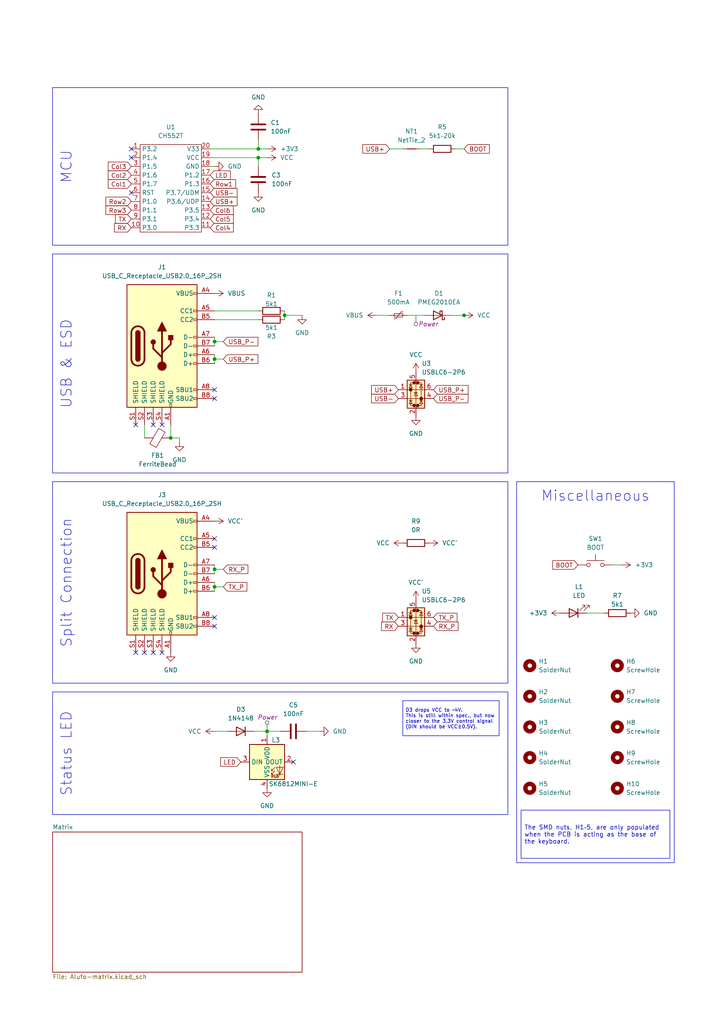
<source format=kicad_sch>
(kicad_sch (version 20231120) (generator "eeschema") (generator_version "8.0")
  (paper "A4" portrait)
  (title_block (title "Alufo ") (rev "1.0L") (company "bgkendall") (comment 1 "Split one-layer reversible keyboard PCB (lefthand side)"))
  (lib_symbols
    (symbol "Device:C" (pin_numbers hide) (pin_names (offset 0.254))
      (property "Reference" "C" (at 0.635 2.54 0))
      (property "Value" "C" (at 0.635 -2.54 0))
      (symbol "C_0_1"
        (polyline (pts (xy -2.032 -0.762) (xy 2.032 -0.762)) (stroke (width 0.508)))
        (polyline (pts (xy -2.032 0.762) (xy 2.032 0.762)) (stroke (width 0.508)))
      )
      (symbol "C_1_1"
        (pin passive line (at 0 3.81 270) (length 2.794) (name "~") (number "1"))
        (pin passive line (at 0 -3.81 90) (length 2.794) (name "~") (number "2"))
      )
    )
    (symbol "Device:D" (pin_numbers hide) (pin_names (offset 1.016) hide)
      (property "Reference" "D" (at 0 2.54 0))
      (property "Value" "D" (at 0 -2.54 0))
      (symbol "D_0_1"
        (polyline (pts (xy -1.27 1.27) (xy -1.27 -1.27)) (stroke (width 0.254)))
        (polyline (pts (xy 1.27 0) (xy -1.27 0)))
        (polyline (pts (xy 1.27 1.27) (xy 1.27 -1.27) (xy -1.27 0) (xy 1.27 1.27)) (stroke (width 0.254)))
      )
      (symbol "D_1_1"
        (pin passive line (at -3.81 0 0) (length 2.54) (name "K") (number "1"))
        (pin passive line (at 3.81 0 180) (length 2.54) (name "A") (number "2"))
      )
    )
    (symbol "Device:D_Schottky" (pin_numbers hide) (pin_names (offset 1.016) hide)
      (property "Reference" "D" (at 0 2.54 0))
      (property "Value" "D_Schottky" (at 0 -2.54 0))
      (symbol "D_Schottky_0_1"
        (polyline (pts (xy 1.27 0) (xy -1.27 0)))
        (polyline (pts (xy 1.27 1.27) (xy 1.27 -1.27) (xy -1.27 0) (xy 1.27 1.27)) (stroke (width 0.254)))
        (polyline (pts (xy -1.905 0.635) (xy -1.905 1.27) (xy -1.27 1.27) (xy -1.27 -1.27) (xy -0.635 -1.27) (xy -0.635 -0.635)) (stroke (width 0.254)))
      )
      (symbol "D_Schottky_1_1"
        (pin passive line (at -3.81 0 0) (length 2.54) (name "K") (number "1"))
        (pin passive line (at 3.81 0 180) (length 2.54) (name "A") (number "2"))
      )
    )
    (symbol "Device:FerriteBead" (pin_numbers hide) (pin_names (offset 0))
      (property "Reference" "FB" (at -3.81 0.635 90))
      (property "Value" "FerriteBead" (at 3.81 0 90))
      (symbol "FerriteBead_0_1"
        (polyline (pts (xy 0 -1.27) (xy 0 -1.2192)))
        (polyline (pts (xy 0 1.27) (xy 0 1.2954)))
        (polyline (pts (xy -2.7686 0.4064) (xy -1.7018 2.2606) (xy 2.7686 -0.3048) (xy 1.6764 -2.159) (xy -2.7686 0.4064)))
      )
      (symbol "FerriteBead_1_1"
        (pin passive line (at 0 3.81 270) (length 2.54) (name "~") (number "1"))
        (pin passive line (at 0 -3.81 90) (length 2.54) (name "~") (number "2"))
      )
    )
    (symbol "Device:LED" (pin_numbers hide) (pin_names (offset 1.016) hide)
      (property "Reference" "D" (at 0 2.54 0))
      (property "Value" "LED" (at 0 -2.54 0))
      (symbol "LED_0_1"
        (polyline (pts (xy -1.27 -1.27) (xy -1.27 1.27)) (stroke (width 0.254)))
        (polyline (pts (xy -1.27 0) (xy 1.27 0)))
        (polyline (pts (xy 1.27 -1.27) (xy 1.27 1.27) (xy -1.27 0) (xy 1.27 -1.27)) (stroke (width 0.254)))
        (polyline (pts (xy -3.048 -0.762) (xy -4.572 -2.286) (xy -3.81 -2.286) (xy -4.572 -2.286) (xy -4.572 -1.524)))
        (polyline (pts (xy -1.778 -0.762) (xy -3.302 -2.286) (xy -2.54 -2.286) (xy -3.302 -2.286) (xy -3.302 -1.524)))
      )
      (symbol "LED_1_1"
        (pin passive line (at -3.81 0 0) (length 2.54) (name "K") (number "1"))
        (pin passive line (at 3.81 0 180) (length 2.54) (name "A") (number "2"))
      )
    )
    (symbol "Device:NetTie_2" (pin_numbers hide) (pin_names (offset 0) hide) (in_bom no)
      (property "Reference" "NT" (at 0 1.27 0))
      (property "Value" "NetTie_2" (at 0 -1.27 0))
      (symbol "NetTie_2_0_1"
        (polyline (pts (xy -1.27 0) (xy 1.27 0)) (stroke (width 0.254)))
      )
      (symbol "NetTie_2_1_1"
        (pin passive line (at -2.54 0 0) (length 2.54) (name "1") (number "1"))
        (pin passive line (at 2.54 0 180) (length 2.54) (name "2") (number "2"))
      )
    )
    (symbol "Device:Polyfuse_Small" (pin_numbers hide) (pin_names (offset 0))
      (property "Reference" "F" (at -1.905 0 90))
      (property "Value" "Polyfuse_Small" (at 1.905 0 90))
      (symbol "Polyfuse_Small_0_1"
        (rectangle (start -0.508 1.27) (end 0.508 -1.27))
        (polyline (pts (xy 0 2.54) (xy 0 -2.54)))
        (polyline (pts (xy -1.016 1.27) (xy -1.016 0.762) (xy 1.016 -0.762) (xy 1.016 -1.27)))
      )
      (symbol "Polyfuse_Small_1_1"
        (pin passive line (at 0 2.54 270) (length 0.635) (name "~") (number "1"))
        (pin passive line (at 0 -2.54 90) (length 0.635) (name "~") (number "2"))
      )
    )
    (symbol "Device:R" (pin_numbers hide) (pin_names (offset 0))
      (property "Reference" "R" (at 2.032 0 90))
      (property "Value" "R" (at 0 0 90))
      (symbol "R_0_1"
        (rectangle (start -1.016 -2.54) (end 1.016 2.54) (stroke (width 0.254)))
      )
      (symbol "R_1_1"
        (pin passive line (at 0 3.81 270) (length 1.27) (name "~") (number "1"))
        (pin passive line (at 0 -3.81 90) (length 1.27) (name "~") (number "2"))
      )
    )
    (symbol "Mechanical:MountingHole" (pin_names (offset 1.016)) (exclude_from_sim yes) (in_bom no)
      (property "Reference" "H" (at 0 5.08 0))
      (property "Value" "MountingHole" (at 0 3.175 0))
      (symbol "MountingHole_0_1"
        (circle (center 0 0) (radius 1.27) (stroke (width 1.27)))
      )
    )
    (symbol "PCM_marbastlib-various:SK6812MINI-E"
      (property "Reference" "LED" (at 2.54 6.35 0))
      (property "Value" "SK6812MINI-E" (at 7.62 -6.35 0))
      (symbol "SK6812MINI-E_0_0"
        (text "RGB" (at 2.286 -4.191 0) (effects (font (size 0.762 0.762))))
      )
      (symbol "SK6812MINI-E_0_1"
        (polyline (pts (xy 1.27 -3.556) (xy 1.778 -3.556)))
        (polyline (pts (xy 1.27 -2.54) (xy 1.778 -2.54)))
        (polyline (pts (xy 4.699 -3.556) (xy 2.667 -3.556)))
        (polyline (pts (xy 2.286 -2.54) (xy 1.27 -3.556) (xy 1.27 -3.048)))
        (polyline (pts (xy 2.286 -1.524) (xy 1.27 -2.54) (xy 1.27 -2.032)))
        (polyline (pts (xy 3.683 -1.016) (xy 3.683 -3.556) (xy 3.683 -4.064)))
        (polyline (pts (xy 4.699 -1.524) (xy 2.667 -1.524) (xy 3.683 -3.556) (xy 4.699 -1.524)))
        (rectangle (start 5.08 5.08) (end -5.08 -5.08) (stroke (width 0.254)) (fill (type background)))
      )
      (symbol "SK6812MINI-E_1_1"
        (pin power_in line (at 0 7.62 270) (length 2.54) (name "VDD") (number "1"))
        (pin output line (at 7.62 0 180) (length 2.54) (name "DOUT") (number "2"))
        (pin input line (at -7.62 0 0) (length 2.54) (name "DIN") (number "3"))
        (pin power_in line (at 0 -7.62 90) (length 2.54) (name "VSS") (number "4"))
      )
    )
    (symbol "Power_Protection:USBLC6-2P6" (pin_names hide)
      (property "Reference" "U" (at 0.635 5.715 0))
      (property "Value" "USBLC6-2P6" (at 0.635 3.81 0))
      (symbol "USBLC6-2P6_0_0"
        (circle (center -1.524 0) (radius 0.0001) (stroke (width 0.508)))
        (circle (center -0.508 -4.572) (radius 0.0001) (stroke (width 0.508)))
        (circle (center -0.508 2.032) (radius 0.0001) (stroke (width 0.508)))
        (circle (center 0.508 -4.572) (radius 0.0001) (stroke (width 0.508)))
        (circle (center 0.508 2.032) (radius 0.0001) (stroke (width 0.508)))
        (circle (center 1.524 -2.54) (radius 0.0001) (stroke (width 0.508)))
      )
      (symbol "USBLC6-2P6_0_1"
        (polyline (pts (xy -2.54 -2.54) (xy 2.54 -2.54)))
        (polyline (pts (xy -2.54 0) (xy 2.54 0)))
        (polyline (pts (xy -2.032 -3.048) (xy -1.016 -3.048)))
        (polyline (pts (xy -1.016 1.524) (xy -2.032 1.524)))
        (polyline (pts (xy 1.016 -3.048) (xy 2.032 -3.048)))
        (polyline (pts (xy 1.016 1.524) (xy 2.032 1.524)))
        (polyline (pts (xy -0.508 -1.143) (xy -0.508 -0.762) (xy 0.508 -0.762)))
        (polyline (pts (xy -2.032 0.508) (xy -1.016 0.508) (xy -1.524 1.524) (xy -2.032 0.508)))
        (polyline (pts (xy -1.016 -4.064) (xy -2.032 -4.064) (xy -1.524 -3.048) (xy -1.016 -4.064)))
        (polyline (pts (xy 0.508 -1.778) (xy -0.508 -1.778) (xy 0 -0.762) (xy 0.508 -1.778)))
        (polyline (pts (xy 2.032 -4.064) (xy 1.016 -4.064) (xy 1.524 -3.048) (xy 2.032 -4.064)))
        (polyline (pts (xy 2.032 0.508) (xy 1.016 0.508) (xy 1.524 1.524) (xy 2.032 0.508)))
        (polyline (pts (xy 0 2.54) (xy -0.508 2.032) (xy 0.508 2.032) (xy 0 1.524) (xy 0 -4.064) (xy -0.508 -4.572) (xy 0.508 -4.572) (xy 0 -5.08)))
      )
      (symbol "USBLC6-2P6_1_1"
        (rectangle (start -2.54 2.794) (end 2.54 -5.334) (stroke (width 0.254)) (fill (type background)))
        (polyline (pts (xy -0.508 2.032) (xy -1.524 2.032) (xy -1.524 -4.572) (xy -0.508 -4.572)))
        (polyline (pts (xy 0.508 -4.572) (xy 1.524 -4.572) (xy 1.524 2.032) (xy 0.508 2.032)))
        (pin passive line (at -5.08 0 0) (length 2.54) (name "I/O1") (number "1"))
        (pin passive line (at 0 -7.62 90) (length 2.54) (name "GND") (number "2"))
        (pin passive line (at -5.08 -2.54 0) (length 2.54) (name "I/O2") (number "3"))
        (pin passive line (at 5.08 -2.54 180) (length 2.54) (name "I/O2") (number "4"))
        (pin passive line (at 0 5.08 270) (length 2.54) (name "VBUS") (number "5"))
        (pin passive line (at 5.08 0 180) (length 2.54) (name "I/O1") (number "6"))
      )
    )
    (symbol "Project Library:MCU_CH552T_TSSOP-20"
      (property "Reference" "U1" (at 0.254 13.97 0))
      (property "Value" "CH552T" (at 0.254 11.43 0))
      (symbol "MCU_CH552T_TSSOP-20_0_1"
        (rectangle (start -8.89 10.16) (end 8.89 -15.24))
      )
      (symbol "MCU_CH552T_TSSOP-20_1_1"
        (pin input line (at -11.43 8.89 0) (length 2.54) (name "P3.2") (number "1"))
        (pin input line (at -11.43 -13.97 0) (length 2.54) (name "P3.0") (number "10"))
        (pin input line (at 11.43 -13.97 180) (length 2.54) (name "P3.3") (number "11"))
        (pin input line (at 11.43 -11.43 180) (length 2.54) (name "P3.4") (number "12"))
        (pin input line (at 11.43 -8.89 180) (length 2.54) (name "P3.5") (number "13"))
        (pin input line (at 11.43 -6.35 180) (length 2.54) (name "P3.6/UDP") (number "14"))
        (pin input line (at 11.43 -3.81 180) (length 2.54) (name "P3.7/UDM") (number "15"))
        (pin input line (at 11.43 -1.27 180) (length 2.54) (name "P1.3") (number "16"))
        (pin input line (at 11.43 1.27 180) (length 2.54) (name "P1.2") (number "17"))
        (pin input line (at 11.43 3.81 180) (length 2.54) (name "GND") (number "18"))
        (pin input line (at 11.43 6.35 180) (length 2.54) (name "VCC") (number "19"))
        (pin input line (at -11.43 6.35 0) (length 2.54) (name "P1.4") (number "2"))
        (pin input line (at 11.43 8.89 180) (length 2.54) (name "V33") (number "20"))
        (pin input line (at -11.43 3.81 0) (length 2.54) (name "P1.5") (number "3"))
        (pin input line (at -11.43 1.27 0) (length 2.54) (name "P1.6") (number "4"))
        (pin input line (at -11.43 -1.27 0) (length 2.54) (name "P1.7") (number "5"))
        (pin input line (at -11.43 -3.81 0) (length 2.54) (name "RST") (number "6"))
        (pin input line (at -11.43 -6.35 0) (length 2.54) (name "P1.0") (number "7"))
        (pin input line (at -11.43 -8.89 0) (length 2.54) (name "P1.1") (number "8"))
        (pin input line (at -11.43 -11.43 0) (length 2.54) (name "P3.1") (number "9"))
      )
    )
    (symbol "Project Library:USB_C_Receptacle_USB2.0_16P_2SH" (pin_names (offset 1.016))
      (property "Reference" "J" (at 0 22.225 0))
      (property "Value" "USB_C_Receptacle_USB2.0_16P_2SH" (at 0 19.685 0))
      (symbol "USB_C_Receptacle_USB2.0_16P_2SH_0_0"
        (rectangle (start 2.286 -17.78) (end 2.794 -16.764))
        (rectangle (start 10.16 -14.986) (end 9.144 -15.494))
        (rectangle (start 10.16 -12.446) (end 9.144 -12.954))
        (rectangle (start 10.16 -4.826) (end 9.144 -5.334))
        (rectangle (start 10.16 -2.286) (end 9.144 -2.794))
        (rectangle (start 10.16 0.254) (end 9.144 -0.254))
        (rectangle (start 10.16 2.794) (end 9.144 2.286))
        (rectangle (start 10.16 7.874) (end 9.144 7.366))
        (rectangle (start 10.16 10.414) (end 9.144 9.906))
        (rectangle (start 10.16 15.494) (end 9.144 14.986))
      )
      (symbol "USB_C_Receptacle_USB2.0_16P_2SH_0_1"
        (rectangle (start -10.16 17.78) (end 10.16 -17.78) (stroke (width 0.254)) (fill (type background)))
        (arc (start -8.89 -3.81) (mid -6.985 -5.7067) (end -5.08 -3.81) (stroke (width 0.508)))
        (arc (start -7.62 -3.81) (mid -6.985 -4.4423) (end -6.35 -3.81) (stroke (width 0.254)))
        (arc (start -7.62 -3.81) (mid -6.985 -4.4423) (end -6.35 -3.81) (stroke (width 0.254)) (fill (type outline)))
        (rectangle (start -7.62 -3.81) (end -6.35 3.81) (stroke (width 0.254)) (fill (type outline)))
        (arc (start -6.35 3.81) (mid -6.985 4.4423) (end -7.62 3.81) (stroke (width 0.254)))
        (arc (start -6.35 3.81) (mid -6.985 4.4423) (end -7.62 3.81) (stroke (width 0.254)) (fill (type outline)))
        (arc (start -5.08 3.81) (mid -6.985 5.7067) (end -8.89 3.81) (stroke (width 0.508)))
        (circle (center -2.54 1.143) (radius 0.635) (stroke (width 0.254)) (fill (type outline)))
        (circle (center 0 -5.842) (radius 1.27) (fill (type outline)))
        (polyline (pts (xy -8.89 -3.81) (xy -8.89 3.81)) (stroke (width 0.508)))
        (polyline (pts (xy -5.08 3.81) (xy -5.08 -3.81)) (stroke (width 0.508)))
        (polyline (pts (xy 0 -5.842) (xy 0 4.318)) (stroke (width 0.508)))
        (polyline (pts (xy 0 -3.302) (xy -2.54 -0.762) (xy -2.54 0.508)) (stroke (width 0.508)))
        (polyline (pts (xy 0 -2.032) (xy 2.54 0.508) (xy 2.54 1.778)) (stroke (width 0.508)))
        (polyline (pts (xy -1.27 4.318) (xy 0 6.858) (xy 1.27 4.318) (xy -1.27 4.318)) (stroke (width 0.254)) (fill (type outline)))
        (rectangle (start 1.905 1.778) (end 3.175 3.048) (stroke (width 0.254)) (fill (type outline)))
      )
      (symbol "USB_C_Receptacle_USB2.0_16P_2SH_1_1"
        (pin passive line (at 2.54 -22.86 90) (length 5.08) (name "GND") (number "A1"))
        (pin passive line (at 2.54 -22.86 90) (length 5.08) hide (name "GND") (number "A12"))
        (pin passive line (at 15.24 15.24 180) (length 5.08) (name "VBUS") (number "A4"))
        (pin bidirectional line (at 15.24 10.16 180) (length 5.08) (name "CC1") (number "A5"))
        (pin bidirectional line (at 15.24 -2.54 180) (length 5.08) (name "D+") (number "A6"))
        (pin bidirectional line (at 15.24 2.54 180) (length 5.08) (name "D-") (number "A7"))
        (pin bidirectional line (at 15.24 -12.7 180) (length 5.08) (name "SBU1") (number "A8"))
        (pin passive line (at 15.24 15.24 180) (length 5.08) hide (name "VBUS") (number "A9"))
        (pin passive line (at 2.54 -22.86 90) (length 5.08) hide (name "GND") (number "B1"))
        (pin passive line (at 2.54 -22.86 90) (length 5.08) hide (name "GND") (number "B12"))
        (pin passive line (at 15.24 15.24 180) (length 5.08) hide (name "VBUS") (number "B4"))
        (pin bidirectional line (at 15.24 7.62 180) (length 5.08) (name "CC2") (number "B5"))
        (pin bidirectional line (at 15.24 -5.08 180) (length 5.08) (name "D+") (number "B6"))
        (pin bidirectional line (at 15.24 0 180) (length 5.08) (name "D-") (number "B7"))
        (pin bidirectional line (at 15.24 -15.24 180) (length 5.08) (name "SBU2") (number "B8"))
        (pin passive line (at 15.24 15.24 180) (length 5.08) hide (name "VBUS") (number "B9"))
        (pin passive line (at -7.62 -22.86 90) (length 5.08) (name "SHIELD") (number "S1"))
        (pin passive line (at -5.08 -22.86 90) (length 5.08) (name "SHIELD") (number "S2"))
        (pin passive line (at -2.54 -22.86 90) (length 5.08) (name "SHIELD") (number "S3"))
        (pin passive line (at 0 -22.86 90) (length 5.08) (name "SHIELD") (number "S4"))
      )
    )
    (symbol "Switch:SW_Push" (pin_numbers hide) (pin_names (offset 1.016) hide)
      (property "Reference" "SW" (at 1.27 2.54 0))
      (property "Value" "SW_Push" (at 0 -1.524 0))
      (symbol "SW_Push_0_1"
        (circle (center -2.032 0) (radius 0.508))
        (polyline (pts (xy 0 1.27) (xy 0 3.048)))
        (polyline (pts (xy 2.54 1.27) (xy -2.54 1.27)))
        (circle (center 2.032 0) (radius 0.508))
        (pin passive line (at -5.08 0 0) (length 2.54) (name "1") (number "1"))
        (pin passive line (at 5.08 0 180) (length 2.54) (name "2") (number "2"))
      )
    )
    (symbol "power:+3V3" (power) (pin_names (offset 0))
      (property "Value" "+3V3" (at 0 3.556 0))
      (symbol "+3V3_0_1"
        (polyline (pts (xy -0.762 1.27) (xy 0 2.54)))
        (polyline (pts (xy 0 0) (xy 0 2.54)))
        (polyline (pts (xy 0 2.54) (xy 0.762 1.27)))
      )
      (symbol "+3V3_1_1"
        (pin power_in line (at 0 0 90) (length 0) hide (name "+3V3") (number "1"))
      )
    )
    (symbol "power:GND" (power) (pin_numbers hide) (pin_names (offset 0) hide)
      (property "Value" "GND" (at 0 -3.81 0))
      (symbol "GND_0_1"
        (polyline (pts (xy 0 0) (xy 0 -1.27) (xy 1.27 -1.27) (xy 0 -2.54) (xy -1.27 -1.27) (xy 0 -1.27)))
      )
      (symbol "GND_1_1"
        (pin power_in line (at 0 0 270) (length 0) (name "~") (number "1"))
      )
    )
    (symbol "power:VBUS" (power) (pin_names (offset 0))
      (property "Value" "VBUS" (at 0 3.81 0))
      (symbol "VBUS_0_1"
        (polyline (pts (xy -0.762 1.27) (xy 0 2.54)))
        (polyline (pts (xy 0 0) (xy 0 2.54)))
        (polyline (pts (xy 0 2.54) (xy 0.762 1.27)))
      )
      (symbol "VBUS_1_1"
        (pin power_in line (at 0 0 90) (length 0) hide (name "VBUS") (number "1"))
      )
    )
    (symbol "power:VCC" (power) (pin_names (offset 0))
      (property "Value" "VCC" (at 0 3.81 0))
      (symbol "VCC_0_1"
        (polyline (pts (xy -0.762 1.27) (xy 0 2.54)))
        (polyline (pts (xy 0 0) (xy 0 2.54)))
        (polyline (pts (xy 0 2.54) (xy 0.762 1.27)))
      )
      (symbol "VCC_1_1"
        (pin power_in line (at 0 0 90) (length 0) hide (name "VCC") (number "1"))
      )
    )
  )
  (junction (at 62.23 165.1))
  (junction (at 62.23 170.18))
  (junction (at 74.93 45.72))
  (junction (at 82.55 91.44))
  (junction (at 62.23 104.14))
  (junction (at 74.93 43.18))
  (junction (at 134.62 91.44))
  (junction (at 62.23 99.06))
  (junction (at 49.53 127))
  (junction (at 77.47 212.09))
  (no_connect (at 44.45 123.19))
  (no_connect (at 62.23 156.21))
  (no_connect (at 62.23 181.61))
  (no_connect (at 38.1 55.88))
  (no_connect (at 62.23 115.57))
  (no_connect (at 62.23 113.03))
  (no_connect (at 39.37 189.23))
  (no_connect (at 38.1 43.18))
  (no_connect (at 85.09 220.98))
  (no_connect (at 46.99 123.19))
  (no_connect (at 44.45 189.23))
  (no_connect (at 41.91 189.23))
  (no_connect (at 62.23 158.75))
  (no_connect (at 38.1 45.72))
  (no_connect (at 39.37 123.19))
  (no_connect (at 62.23 179.07))
  (no_connect (at 46.99 189.23))
  (wire (pts (xy 62.23 168.91) (xy 62.23 170.18)))
  (wire (pts (xy 64.77 99.06) (xy 62.23 99.06)))
  (wire (pts (xy 62.23 97.79) (xy 62.23 99.06)))
  (wire (pts (xy 62.23 99.06) (xy 62.23 100.33)))
  (wire (pts (xy 41.91 123.19) (xy 41.91 127)))
  (wire (pts (xy 180.34 163.83) (xy 177.8 163.83)))
  (wire (pts (xy 130.81 91.44) (xy 134.62 91.44)))
  (wire (pts (xy 81.28 212.09) (xy 77.47 212.09)))
  (wire (pts (xy 82.55 90.17) (xy 82.55 91.44)))
  (wire (pts (xy 87.63 91.44) (xy 82.55 91.44)))
  (wire (pts (xy 74.93 45.72) (xy 77.47 45.72)))
  (wire (pts (xy 74.93 48.26) (xy 74.93 45.72)))
  (wire (pts (xy 134.62 91.44) (xy 135.128 91.44)))
  (wire (pts (xy 109.22 91.44) (xy 113.03 91.44)))
  (wire (pts (xy 60.96 43.18) (xy 74.93 43.18)))
  (wire (pts (xy 62.23 165.1) (xy 62.23 166.37)))
  (wire (pts (xy 74.93 92.71) (xy 62.23 92.71)))
  (wire (pts (xy 132.08 43.18) (xy 134.62 43.18)))
  (wire (pts (xy 52.07 127) (xy 52.07 128.27)))
  (wire (pts (xy 62.23 104.14) (xy 62.23 105.41)))
  (wire (pts (xy 64.77 170.18) (xy 62.23 170.18)))
  (wire (pts (xy 62.23 163.83) (xy 62.23 165.1)))
  (wire (pts (xy 52.07 127) (xy 49.53 127)))
  (wire (pts (xy 60.96 48.26) (xy 62.23 48.26)))
  (wire (pts (xy 73.66 212.09) (xy 77.47 212.09)))
  (wire (pts (xy 121.92 43.18) (xy 124.46 43.18)))
  (wire (pts (xy 62.23 170.18) (xy 62.23 171.45)))
  (wire (pts (xy 62.23 212.09) (xy 66.04 212.09)))
  (wire (pts (xy 113.03 43.18) (xy 116.84 43.18)))
  (wire (pts (xy 170.18 177.8) (xy 175.26 177.8)))
  (wire (pts (xy 62.23 102.87) (xy 62.23 104.14)))
  (wire (pts (xy 82.55 91.44) (xy 82.55 92.71)))
  (wire (pts (xy 83.82 220.98) (xy 82.55 220.98)))
  (wire (pts (xy 64.77 165.1) (xy 62.23 165.1)))
  (wire (pts (xy 74.93 90.17) (xy 62.23 90.17)))
  (wire (pts (xy 118.11 91.44) (xy 123.19 91.44)))
  (wire (pts (xy 77.47 212.09) (xy 77.47 213.36)))
  (wire (pts (xy 49.53 123.19) (xy 49.53 127)))
  (wire (pts (xy 74.93 43.18) (xy 77.47 43.18)))
  (wire (pts (xy 60.96 45.72) (xy 74.93 45.72)))
  (wire (pts (xy 74.93 40.64) (xy 74.93 43.18)))
  (wire (pts (xy 92.71 212.09) (xy 88.9 212.09)))
  (wire (pts (xy 64.77 104.14) (xy 62.23 104.14)))
  (text_box "MCU" (at 15.24 25.4 90) (size 132.08 45.72) (effects (font (size 3 3)) (justify top)))
  (text_box "Miscellaneous" (at 149.86 139.7 0) (size 45.72 110.49) (effects (font (size 3 3)) (justify top)))
  (text_box "The SMD nuts, H1–5, are only populated when the PCB is acting as the base of the keyboard." (at 151.13 234.95 0) (size 43.18 13.97) (effects (font (size 1.27 1.27)) (justify left)))
  (text_box "Split Connection" (at 15.24 139.7 90) (size 132.08 58.42) (effects (font (size 3 3)) (justify top)))
  (text_box "USB & ESD" (at 15.24 73.66 90) (size 132.08 63.5) (effects (font (size 3 3)) (justify top)))
  (text_box "D3 drops VCC to ~4V.\nThis is still within spec., but now\ncloser to the 3.3V control signal\n(DIN should be VCC±0.5V)." (at 116.84 203.2 0) (size 27.94 10.16) (effects (font (size 1 1)) (justify left)))
  (text_box "Status LED" (at 15.24 200.66 90) (size 132.08 35.56) (effects (font (size 3 3)) (justify top)))
  (global_label "USB-" (shape input) (at 115.57 115.57 180) (property "Intersheetrefs" "${INTERSHEET_REFS}" (effects (hide yes))))
  (global_label "USB+" (shape input) (at 115.57 113.03 180) (property "Intersheetrefs" "${INTERSHEET_REFS}" (effects (hide yes))))
  (global_label "Col1" (shape input) (at 38.1 53.34 180) (property "Intersheetrefs" "${INTERSHEET_REFS}" (effects (hide yes))))
  (global_label "TX_P" (shape input) (at 125.73 179.07 0) (property "Intersheetrefs" "${INTERSHEET_REFS}" (effects (hide yes))))
  (global_label "Col5" (shape input) (at 60.96 63.5 0) (property "Intersheetrefs" "${INTERSHEET_REFS}" (effects (hide yes))))
  (global_label "USB+" (shape input) (at 60.96 58.42 0) (property "Intersheetrefs" "${INTERSHEET_REFS}" (effects (hide yes))))
  (global_label "Row3" (shape input) (at 38.1 60.96 180) (property "Intersheetrefs" "${INTERSHEET_REFS}" (effects (hide yes))))
  (global_label "USB_P-" (shape input) (at 125.73 115.57 0) (property "Intersheetrefs" "${INTERSHEET_REFS}" (effects (hide yes))))
  (global_label "LED" (shape input) (at 60.96 50.8 0) (property "Intersheetrefs" "${INTERSHEET_REFS}" (effects (hide yes))))
  (global_label "Row2" (shape input) (at 38.1 58.42 180) (property "Intersheetrefs" "${INTERSHEET_REFS}" (effects (hide yes))))
  (global_label "Col3" (shape input) (at 38.1 48.26 180) (property "Intersheetrefs" "${INTERSHEET_REFS}" (effects (hide yes))))
  (global_label "Col2" (shape input) (at 38.1 50.8 180) (property "Intersheetrefs" "${INTERSHEET_REFS}" (effects (hide yes))))
  (global_label "BOOT" (shape input) (at 134.62 43.18 0) (property "Intersheetrefs" "${INTERSHEET_REFS}" (effects (hide yes))))
  (global_label "RX_P" (shape input) (at 64.77 165.1 0) (property "Intersheetrefs" "${INTERSHEET_REFS}" (effects (hide yes))))
  (global_label "USB_P-" (shape input) (at 64.77 99.06 0) (property "Intersheetrefs" "${INTERSHEET_REFS}" (effects (hide yes))))
  (global_label "USB_P+" (shape input) (at 125.73 113.03 0) (property "Intersheetrefs" "${INTERSHEET_REFS}" (effects (hide yes))))
  (global_label "TX" (shape input) (at 38.1 63.5 180) (property "Intersheetrefs" "${INTERSHEET_REFS}" (effects (hide yes))))
  (global_label "USB+" (shape input) (at 113.03 43.18 180) (property "Intersheetrefs" "${INTERSHEET_REFS}" (effects (hide yes))))
  (global_label "Col4" (shape input) (at 60.96 66.04 0) (property "Intersheetrefs" "${INTERSHEET_REFS}" (effects (hide yes))))
  (global_label "RX" (shape input) (at 115.57 181.61 180) (property "Intersheetrefs" "${INTERSHEET_REFS}" (effects (hide yes))))
  (global_label "TX" (shape input) (at 115.57 179.07 180) (property "Intersheetrefs" "${INTERSHEET_REFS}" (effects (hide yes))))
  (global_label "Col6" (shape input) (at 60.96 60.96 0) (property "Intersheetrefs" "${INTERSHEET_REFS}" (effects (hide yes))))
  (global_label "USB_P+" (shape input) (at 64.77 104.14 0) (property "Intersheetrefs" "${INTERSHEET_REFS}" (effects (hide yes))))
  (global_label "USB-" (shape input) (at 60.96 55.88 0) (property "Intersheetrefs" "${INTERSHEET_REFS}" (effects (hide yes))))
  (global_label "LED" (shape input) (at 69.85 220.98 180) (property "Intersheetrefs" "${INTERSHEET_REFS}" (effects (hide yes))))
  (global_label "TX_P" (shape input) (at 64.77 170.18 0) (property "Intersheetrefs" "${INTERSHEET_REFS}" (effects (hide yes))))
  (global_label "RX" (shape input) (at 38.1 66.04 180) (property "Intersheetrefs" "${INTERSHEET_REFS}" (effects (hide yes))))
  (global_label "BOOT" (shape input) (at 167.64 163.83 180) (property "Intersheetrefs" "${INTERSHEET_REFS}" (effects (hide yes))))
  (global_label "Row1" (shape input) (at 60.96 53.34 0) (property "Intersheetrefs" "${INTERSHEET_REFS}" (effects (hide yes))))
  (global_label "RX_P" (shape input) (at 125.73 181.61 0) (property "Intersheetrefs" "${INTERSHEET_REFS}" (effects (hide yes))))
  (netclass_flag "" (length 2.54) (shape round) (at 120.65 91.44 180) (property "Netclass" "Power" (at 121.3485 93.98 0) (effects (font (italic yes)) (justify left))))
  (netclass_flag "" (length 2.54) (shape round) (at 77.47 212.09 0) (property "Netclass" "Power" (at 74.676 208.026 0) (effects (font (italic yes)) (justify left))))
  (symbol (lib_id "Device:C") (at 74.93 36.83 180) (unit 1)
    (property "Reference" "C1" (at 78.486 35.56 0) (effects (justify right)))
    (property "Value" "100nF" (at 78.486 38.1 0) (effects (justify right)))
    (property "Footprint" "Capacitor_SMD:C_0603_1608Metric" (effects (hide yes)))
    (property "LCSC" "C66501" (effects (hide yes)))
    (property "DigiKey" "1276-1005" (effects (hide yes)))
  )
  (symbol (lib_id "Mechanical:MountingHole") (at 153.67 201.93 0) (unit 1) (exclude_from_sim yes) (in_bom no)
    (property "Reference" "H2" (at 156.21 200.6599 0) (effects (justify left)))
    (property "Value" "SolderNut" (at 156.21 203.1999 0) (effects (justify left)))
    (property "Footprint" "Project Library:MountingHole_2.2mm_M2_SMD_Solder_Nut" (effects (hide yes)))
    (property "Description" "Mounting Hole without connection" (effects (hide yes)))
  )
  (symbol (lib_id "Mechanical:MountingHole") (at 179.07 228.6 0) (unit 1) (exclude_from_sim yes) (in_bom no)
    (property "Reference" "H10" (at 181.61 227.3299 0) (effects (justify left)))
    (property "Value" "ScrewHole" (at 181.61 229.8699 0) (effects (justify left)))
    (property "Footprint" "MountingHole:MountingHole_2.2mm_M2" (effects (hide yes)))
    (property "Description" "Mounting Hole without connection" (effects (hide yes)))
  )
  (symbol (lib_id "Device:Polyfuse_Small") (at 115.57 91.44 90) (unit 1)
    (property "Reference" "F1" (at 115.57 85.09 90))
    (property "Value" "500mA" (at 115.57 87.63 90))
    (property "Footprint" "Fuse:Fuse_0603_1608Metric" (effects (hide yes)))
    (property "LCSC" "C210357" (effects (hide yes)))
    (property "DigiKey" "MF-FSMF050X" (effects (hide yes)))
  )
  (symbol (lib_id "power:VBUS") (at 109.22 91.44 90) (unit 1)
    (property "Reference" "#PWR04" (effects (hide yes)))
    (property "Value" "VBUS" (at 105.41 91.4399 90) (effects (justify left)))
  )
  (symbol (lib_id "Mechanical:MountingHole") (at 153.67 193.04 0) (unit 1) (exclude_from_sim yes) (in_bom no)
    (property "Reference" "H1" (at 156.21 191.7699 0) (effects (justify left)))
    (property "Value" "SolderNut" (at 156.21 194.3099 0) (effects (justify left)))
    (property "Footprint" "Project Library:MountingHole_2.2mm_M2_SMD_Solder_Nut" (effects (hide yes)))
    (property "Description" "Mounting Hole without connection" (effects (hide yes)))
  )
  (symbol (lib_id "Mechanical:MountingHole") (at 153.67 210.82 0) (unit 1) (exclude_from_sim yes) (in_bom no)
    (property "Reference" "H3" (at 156.21 209.5499 0) (effects (justify left)))
    (property "Value" "SolderNut" (at 156.21 212.0899 0) (effects (justify left)))
    (property "Footprint" "Project Library:MountingHole_2.2mm_M2_SMD_Solder_Nut" (effects (hide yes)))
    (property "Description" "Mounting Hole without connection" (effects (hide yes)))
  )
  (symbol (lib_id "Mechanical:MountingHole") (at 179.07 201.93 0) (unit 1) (exclude_from_sim yes) (in_bom no)
    (property "Reference" "H7" (at 181.61 200.6599 0) (effects (justify left)))
    (property "Value" "ScrewHole" (at 181.61 203.1999 0) (effects (justify left)))
    (property "Footprint" "MountingHole:MountingHole_2.2mm_M2" (effects (hide yes)))
    (property "Description" "Mounting Hole without connection" (effects (hide yes)))
  )
  (symbol (lib_id "Device:LED") (at 166.37 177.8 180) (unit 1)
    (property "Reference" "L1" (at 167.9575 170.18 0))
    (property "Value" "LED" (at 167.9575 172.72 0))
    (property "Footprint" "Project Library:LED_0805_2012Metric_Mod" (effects (hide yes)))
    (property "Description" "Light emitting diode" (effects (hide yes)))
  )
  (symbol (lib_id "power:VCC") (at 62.23 151.13 270) (unit 1)
    (property "Reference" "#PWR016" (effects (hide yes)))
    (property "Value" "VCC'" (at 66.04 151.1299 90) (effects (justify left)))
  )
  (symbol (lib_id "Project Library:MCU_CH552T_TSSOP-20") (at 49.53 52.07 0) (unit 1)
    (property "Reference" "U1" (at 49.53 36.83 0))
    (property "Value" "CH552T" (at 49.53 39.37 0))
    (property "Footprint" "Package_SO:TSSOP-20_4.4x6.5mm_P0.65mm" (effects (hide yes)))
    (property "Datasheet" "https://www.wch-ic.com/downloads/file/309.html" (effects (hide yes)))
    (property "LCSC" "C111367" (effects (hide yes)))
  )
  (symbol (lib_id "Device:C") (at 85.09 212.09 90) (unit 1)
    (property "Reference" "C5" (at 85.09 204.47 90))
    (property "Value" "100nF" (at 85.09 207.01 90))
    (property "Footprint" "Capacitor_SMD:C_0603_1608Metric" (effects (hide yes)))
    (property "LCSC" "C66501" (effects (hide yes)))
    (property "DigiKey" "1276-1005" (effects (hide yes)))
  )
  (symbol (lib_id "Mechanical:MountingHole") (at 179.07 210.82 0) (unit 1) (exclude_from_sim yes) (in_bom no)
    (property "Reference" "H8" (at 181.61 209.5499 0) (effects (justify left)))
    (property "Value" "ScrewHole" (at 181.61 212.0899 0) (effects (justify left)))
    (property "Footprint" "MountingHole:MountingHole_2.2mm_M2" (effects (hide yes)))
    (property "Description" "Mounting Hole without connection" (effects (hide yes)))
  )
  (symbol (lib_id "power:VCC") (at 120.65 173.99 0) (unit 1)
    (property "Reference" "#PWR02" (effects (hide yes)))
    (property "Value" "VCC'" (at 120.65 168.91 0))
  )
  (symbol (lib_id "Device:D_Schottky") (at 127 91.44 180) (unit 1)
    (property "Reference" "D1" (at 127.3175 85.09 0))
    (property "Value" "PMEG2010EA" (at 127.3175 87.63 0))
    (property "Footprint" "Diode_SMD:D_SOD-323" (effects (hide yes)))
    (property "LCSC" "C2837790" (effects (hide yes)))
    (property "DigiKey" "1727-4326" (effects (hide yes)))
  )
  (symbol (lib_id "power:VBUS") (at 62.23 85.09 270) (unit 1)
    (property "Reference" "#PWR00" (effects (hide yes)))
    (property "Value" "VBUS" (at 66.04 85.0899 90) (effects (justify left)))
  )
  (symbol (lib_id "Device:FerriteBead") (at 45.72 127 90) (unit 1)
    (property "Reference" "FB1" (at 45.72 132.08 90))
    (property "Value" "FerriteBead" (at 45.72 134.62 90))
    (property "Footprint" "Inductor_SMD:L_0805_2012Metric" (effects (hide yes)))
    (property "Description" "Ferrite bead" (effects (hide yes)))
  )
  (symbol (lib_id "power:+3V3") (at 77.47 43.18 270) (unit 1)
    (property "Reference" "#PWR011" (effects (hide yes)))
    (property "Value" "+3V3" (at 81.28 43.18 90) (effects (justify left)))
  )
  (symbol (lib_id "PCM_marbastlib-various:SK6812MINI-E") (at 77.47 220.98 0) (unit 1)
    (property "Reference" "L3" (at 80.01 214.63 0))
    (property "Value" "SK6812MINI-E" (at 85.09 227.33 0))
    (property "Footprint" "PCM_marbastlib-various:LED_6028R" (effects (hide yes)))
    (property "Description" "Reverse mount adressable LED (WS2812 protocol)" (effects (hide yes)))
  )
  (symbol (lib_id "power:GND") (at 52.07 128.27 0) (unit 1)
    (property "Reference" "#PWR03" (effects (hide yes)))
    (property "Value" "GND" (at 52.07 133.35 0))
    (property "Description" "Power symbol creates a global label with name \"GND\" , ground" (effects (hide yes)))
  )
  (symbol (lib_id "Power_Protection:USBLC6-2P6") (at 120.65 179.07 0) (unit 1)
    (property "Reference" "U5" (at 122.3011 171.45 0) (effects (justify left)))
    (property "Value" "USBLC6-2P6" (at 122.3011 173.99 0) (effects (justify left)))
    (property "Footprint" "Project Library:SOT-666_Mod" (effects (hide yes)))
    (property "Datasheet" "https://www.st.com/resource/en/datasheet/usblc6-2.pdf" (effects (hide yes)))
    (property "Description" "Very low capacitance ESD protection diode, 2 data-line, SOT-666" (effects (hide yes)))
  )
  (symbol (lib_id "power:GND") (at 120.65 186.69 0) (unit 1)
    (property "Reference" "#PWR014" (effects (hide yes)))
    (property "Value" "GND" (at 120.65 191.77 0))
    (property "Description" "Power symbol creates a global label with name \"GND\" , ground" (effects (hide yes)))
  )
  (symbol (lib_id "Project Library:USB_C_Receptacle_USB2.0_16P_2SH") (at 46.99 166.37 0) (unit 1)
    (property "Reference" "J3" (at 46.99 143.51 0))
    (property "Value" "USB_C_Receptacle_USB2.0_16P_2SH" (at 46.99 146.05 0))
    (property "Footprint" "Project Library:USB_C_Receptacle_HRO_TYPE-C-31-M-12" (effects (hide yes)))
    (property "Datasheet" "https://www.usb.org/sites/default/files/documents/usb_type-c.zip" (effects (hide yes)))
    (property "Description" "USB 2.0-only 16P Type-C Receptacle connector" (effects (hide yes)))
  )
  (symbol (lib_id "power:GND") (at 49.53 189.23 0) (unit 1)
    (property "Reference" "#PWR015" (effects (hide yes)))
    (property "Value" "GND" (at 49.53 194.31 0))
    (property "Description" "Power symbol creates a global label with name \"GND\" , ground" (effects (hide yes)))
  )
  (symbol (lib_id "Project Library:USB_C_Receptacle_USB2.0_16P_2SH") (at 46.99 100.33 0) (unit 1)
    (property "Reference" "J1" (at 46.99 77.47 0))
    (property "Value" "USB_C_Receptacle_USB2.0_16P_2SH" (at 46.99 80.01 0))
    (property "Footprint" "Project Library:USB_C_Receptacle_HRO_TYPE-C-31-M-12" (effects (hide yes)))
    (property "Datasheet" "https://www.usb.org/sites/default/files/documents/usb_type-c.zip" (effects (hide yes)))
    (property "Description" "USB 2.0-only 16P Type-C Receptacle connector" (effects (hide yes)))
  )
  (symbol (lib_id "power:+3V3") (at 180.34 163.83 270) (unit 1)
    (property "Reference" "#PWR010" (effects (hide yes)))
    (property "Value" "+3V3" (at 184.15 163.8299 90) (effects (justify left)))
  )
  (symbol (lib_id "Device:R") (at 78.74 90.17 90) (unit 1)
    (property "Reference" "R1" (at 78.74 85.598 90))
    (property "Value" "5k1" (at 78.74 88.138 90))
    (property "Footprint" "Resistor_SMD:R_0603_1608Metric" (effects (hide yes)))
    (property "LCSC" "C23186" (effects (hide yes)))
    (property "DigiKey" "311-5.10KHR" (effects (hide yes)))
  )
  (symbol (lib_id "power:GND") (at 92.71 212.09 90) (unit 1)
    (property "Reference" "#PWR039" (effects (hide yes)))
    (property "Value" "GND" (at 96.52 212.0899 90) (effects (justify right)))
    (property "Description" "Power symbol creates a global label with name \"GND\" , ground" (effects (hide yes)))
  )
  (symbol (lib_id "Mechanical:MountingHole") (at 179.07 193.04 0) (unit 1) (exclude_from_sim yes) (in_bom no)
    (property "Reference" "H6" (at 181.61 191.7699 0) (effects (justify left)))
    (property "Value" "ScrewHole" (at 181.61 194.3099 0) (effects (justify left)))
    (property "Footprint" "MountingHole:MountingHole_2.2mm_M2" (effects (hide yes)))
    (property "Description" "Mounting Hole without connection" (effects (hide yes)))
  )
  (symbol (lib_id "power:GND") (at 74.93 55.88 0) (unit 1)
    (property "Reference" "#PWR013" (effects (hide yes)))
    (property "Value" "GND" (at 74.93 60.96 0))
  )
  (symbol (lib_id "Device:C") (at 74.93 52.07 0) (unit 1)
    (property "Reference" "C3" (at 78.74 50.7999 0) (effects (justify left)))
    (property "Value" "100nF" (at 78.74 53.3399 0) (effects (justify left)))
    (property "Footprint" "Capacitor_SMD:C_0603_1608Metric" (effects (hide yes)))
    (property "LCSC" "C66501" (effects (hide yes)))
    (property "DigiKey" "1276-1005" (effects (hide yes)))
  )
  (symbol (lib_id "Device:R") (at 128.27 43.18 90) (unit 1)
    (property "Reference" "R5" (at 128.27 36.83 90))
    (property "Value" "5k1–20k" (at 128.27 39.37 90))
    (property "Footprint" "Resistor_SMD:R_0603_1608Metric" (effects (hide yes)))
    (property "LCSC" "C25804" (effects (hide yes)))
    (property "DigiKey" "311-10.0KHR" (effects (hide yes)))
  )
  (symbol (lib_id "power:VCC") (at 162.56 177.8 90) (unit 1)
    (property "Reference" "#PWR020" (effects (hide yes)))
    (property "Value" "+3V3" (at 158.75 177.7999 90) (effects (justify left)))
  )
  (symbol (lib_id "Device:NetTie_2") (at 119.38 43.18 0) (unit 1) (in_bom no)
    (property "Reference" "NT1" (at 119.38 38.1 0))
    (property "Value" "NetTie_2" (at 119.38 40.64 0))
    (property "Footprint" "Project Library:NetTie-2_SMD_Pad0.2mm" (effects (hide yes)))
    (property "Description" "Net tie, 2 pins" (effects (hide yes)))
  )
  (symbol (lib_id "power:VCC") (at 124.46 157.48 270) (unit 1)
    (property "Reference" "#PWR019" (effects (hide yes)))
    (property "Value" "VCC'" (at 128.27 157.4799 90) (effects (justify left)))
  )
  (symbol (lib_id "power:GND") (at 120.65 120.65 0) (unit 1)
    (property "Reference" "#PWR07" (effects (hide yes)))
    (property "Value" "GND" (at 120.65 125.73 0))
    (property "Description" "Power symbol creates a global label with name \"GND\" , ground" (effects (hide yes)))
  )
  (symbol (lib_id "power:GND") (at 77.47 228.6 0) (unit 1)
    (property "Reference" "#PWR038" (effects (hide yes)))
    (property "Value" "GND" (at 77.47 233.68 0))
    (property "Description" "Power symbol creates a global label with name \"GND\" , ground" (effects (hide yes)))
  )
  (symbol (lib_id "power:GND") (at 87.63 91.44 0) (unit 1)
    (property "Reference" "#PWR01" (effects (hide yes)))
    (property "Value" "GND" (at 87.63 96.52 0))
    (property "Description" "Power symbol creates a global label with name \"GND\" , ground" (effects (hide yes)))
  )
  (symbol (lib_id "power:VCC") (at 134.62 91.44 270) (unit 1)
    (property "Reference" "#PWR05" (effects (hide yes)))
    (property "Value" "VCC" (at 138.43 91.4399 90) (effects (justify left)))
  )
  (symbol (lib_id "power:GND") (at 182.88 177.8 90) (unit 1)
    (property "Reference" "#PWR021" (effects (hide yes)))
    (property "Value" "GND" (at 186.69 177.7999 90) (effects (justify right)))
    (property "Description" "Power symbol creates a global label with name \"GND\" , ground" (effects (hide yes)))
  )
  (symbol (lib_id "Mechanical:MountingHole") (at 153.67 219.71 0) (unit 1) (exclude_from_sim yes) (in_bom no)
    (property "Reference" "H4" (at 156.21 218.4399 0) (effects (justify left)))
    (property "Value" "SolderNut" (at 156.21 220.9799 0) (effects (justify left)))
    (property "Footprint" "Project Library:MountingHole_2.2mm_M2_SMD_Solder_Nut" (effects (hide yes)))
    (property "Description" "Mounting Hole without connection" (effects (hide yes)))
  )
  (symbol (lib_id "Mechanical:MountingHole") (at 179.07 219.71 0) (unit 1) (exclude_from_sim yes) (in_bom no)
    (property "Reference" "H9" (at 181.61 218.4399 0) (effects (justify left)))
    (property "Value" "ScrewHole" (at 181.61 220.9799 0) (effects (justify left)))
    (property "Footprint" "MountingHole:MountingHole_2.2mm_M2" (effects (hide yes)))
    (property "Description" "Mounting Hole without connection" (effects (hide yes)))
  )
  (symbol (lib_id "Device:D") (at 69.85 212.09 180) (unit 1)
    (property "Reference" "D3" (at 69.85 205.74 0))
    (property "Value" "1N4148" (at 69.85 208.28 0))
    (property "Footprint" "Project Library:D_SOD-123" (effects (hide yes)))
    (property "Description" "Diode" (effects (hide yes)))
    (property "Sim.Device" "D" (effects (hide yes)))
    (property "Sim.Pins" "1=K 2=A" (effects (hide yes)))
  )
  (symbol (lib_id "power:GND") (at 74.93 33.02 180) (unit 1)
    (property "Reference" "#PWR09" (effects (hide yes)))
    (property "Value" "GND" (at 74.93 28.194 0))
  )
  (symbol (lib_id "Power_Protection:USBLC6-2P6") (at 120.65 113.03 0) (unit 1)
    (property "Reference" "U3" (at 122.3011 105.41 0) (effects (justify left)))
    (property "Value" "USBLC6-2P6" (at 122.3011 107.95 0) (effects (justify left)))
    (property "Footprint" "Project Library:SOT-666_Mod" (effects (hide yes)))
    (property "Datasheet" "https://www.st.com/resource/en/datasheet/usblc6-2.pdf" (effects (hide yes)))
    (property "Description" "Very low capacitance ESD protection diode, 2 data-line, SOT-666" (effects (hide yes)))
  )
  (symbol (lib_id "power:VCC") (at 120.65 107.95 0) (unit 1)
    (property "Reference" "#PWR06" (effects (hide yes)))
    (property "Value" "VCC" (at 120.65 102.87 0))
  )
  (symbol (lib_id "Device:R") (at 179.07 177.8 90) (unit 1)
    (property "Reference" "R7" (at 179.07 172.72 90))
    (property "Value" "5k1" (at 179.07 175.26 90))
    (property "Footprint" "Resistor_SMD:R_0603_1608Metric" (effects (hide yes)))
    (property "Description" "Resistor" (effects (hide yes)))
  )
  (symbol (lib_id "Device:R") (at 78.74 92.71 90) (mirror x) (unit 1)
    (property "Reference" "R3" (at 78.74 97.536 90))
    (property "Value" "5k1" (at 78.74 94.996 90))
    (property "Footprint" "Resistor_SMD:R_0603_1608Metric" (effects (hide yes)))
    (property "LCSC" "C23186" (effects (hide yes)))
    (property "DigiKey" "311-5.10KHR" (effects (hide yes)))
  )
  (symbol (lib_id "Device:R") (at 120.65 157.48 90) (unit 1)
    (property "Reference" "R9" (at 120.65 151.13 90))
    (property "Value" "0R" (at 120.65 153.67 90))
    (property "Footprint" "Resistor_SMD:R_2010_5025Metric" (effects (hide yes)))
    (property "Description" "Resistor" (effects (hide yes)))
  )
  (symbol (lib_id "Mechanical:MountingHole") (at 153.67 228.6 0) (unit 1) (exclude_from_sim yes) (in_bom no)
    (property "Reference" "H5" (at 156.21 227.3299 0) (effects (justify left)))
    (property "Value" "SolderNut" (at 156.21 229.8699 0) (effects (justify left)))
    (property "Footprint" "Project Library:MountingHole_2.2mm_M2_SMD_Solder_Nut" (effects (hide yes)))
    (property "Description" "Mounting Hole without connection" (effects (hide yes)))
  )
  (symbol (lib_id "Switch:SW_Push") (at 172.72 163.83 0) (unit 1)
    (property "Reference" "SW1" (at 172.72 156.21 0))
    (property "Value" "BOOT" (at 172.72 158.75 0))
    (property "Footprint" "Project Library:SW_SPST_SKQG_WithStem" (effects (hide yes)))
    (property "LCSC" "C115351" (effects (hide yes)))
    (property "DigiKey" "4809-SKQGABE010" (effects (hide yes)))
  )
  (symbol (lib_id "power:VCC") (at 62.23 212.09 90) (unit 1)
    (property "Reference" "#PWR017" (effects (hide yes)))
    (property "Value" "VCC" (at 58.42 212.0899 90) (effects (justify left)))
  )
  (symbol (lib_id "power:GND") (at 62.23 48.26 90) (unit 1)
    (property "Reference" "#PWR08" (effects (hide yes)))
    (property "Value" "GND" (at 66.04 48.2599 90) (effects (justify right)))
    (property "Description" "Power symbol creates a global label with name \"GND\" , ground" (effects (hide yes)))
  )
  (symbol (lib_id "power:VCC") (at 116.84 157.48 90) (unit 1)
    (property "Reference" "#PWR018" (effects (hide yes)))
    (property "Value" "VCC" (at 113.03 157.4799 90) (effects (justify left)))
  )
  (symbol (lib_id "power:VCC") (at 77.47 45.72 270) (unit 1)
    (property "Reference" "#PWR012" (effects (hide yes)))
    (property "Value" "VCC" (at 81.28 45.7199 90) (effects (justify left)))
  )
  (sheet (at 15.24 241.3) (size 72.39 40.64) (stroke (width 0.1524))
    (property "Sheetname" "Matrix" (at 15.24 240.5884 0) (effects (justify left bottom)))
    (property "Sheetfile" "Alufo-matrix.kicad_sch" (at 15.24 282.5246 0) (effects (justify left top)))
  )
)
</source>
